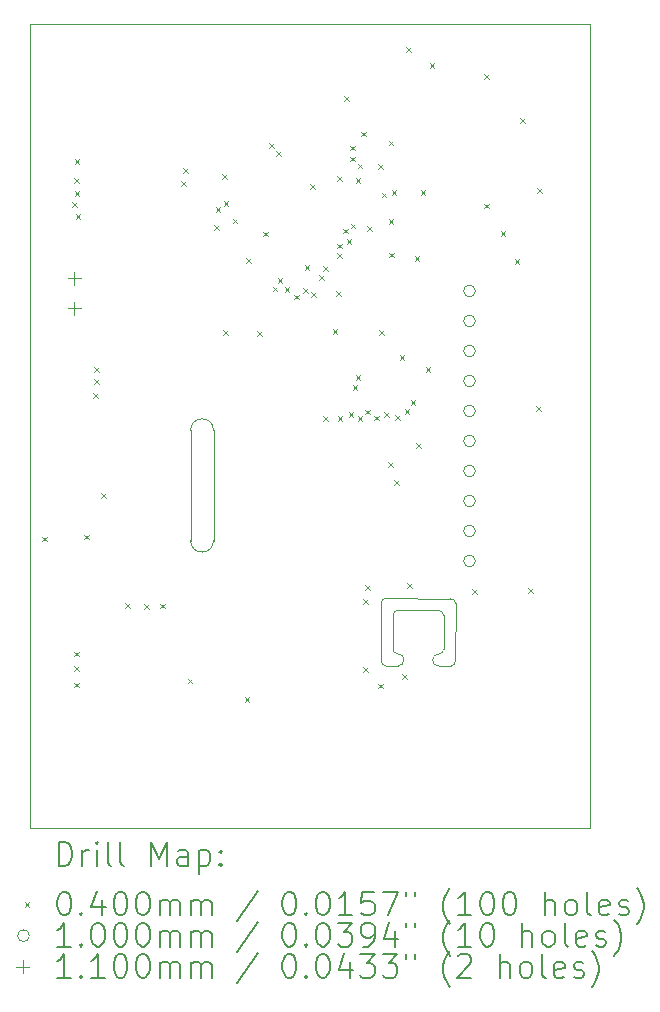
<source format=gbr>
%TF.GenerationSoftware,KiCad,Pcbnew,7.0.2*%
%TF.CreationDate,2023-05-17T08:24:21+02:00*%
%TF.ProjectId,Solar Cell offgrid Power,536f6c61-7220-4436-956c-6c206f666667,rev?*%
%TF.SameCoordinates,Original*%
%TF.FileFunction,Drillmap*%
%TF.FilePolarity,Positive*%
%FSLAX45Y45*%
G04 Gerber Fmt 4.5, Leading zero omitted, Abs format (unit mm)*
G04 Created by KiCad (PCBNEW 7.0.2) date 2023-05-17 08:24:21*
%MOMM*%
%LPD*%
G01*
G04 APERTURE LIST*
%ADD10C,0.100000*%
%ADD11C,0.200000*%
%ADD12C,0.040000*%
%ADD13C,0.110000*%
G04 APERTURE END LIST*
D10*
X12473000Y-10009000D02*
G75*
G03*
X12279000Y-10009000I-97000J0D01*
G01*
X14480000Y-12005047D02*
G75*
G03*
X14521000Y-11962000I-30J41077D01*
G01*
X13892724Y-11474310D02*
X13893261Y-11963275D01*
X14421049Y-11574000D02*
G75*
G03*
X14378000Y-11533000I-41039J10D01*
G01*
X14035000Y-12004000D02*
X13936310Y-12004275D01*
X14380000Y-11903048D02*
G75*
G03*
X14421000Y-11860000I-20J41068D01*
G01*
X13991952Y-11861000D02*
G75*
G03*
X14035000Y-11902000I41058J10D01*
G01*
X13893255Y-11963275D02*
G75*
G03*
X13936310Y-12004275I41045J-5D01*
G01*
X14478951Y-11434000D02*
X13933724Y-11431261D01*
X14521000Y-11962000D02*
X14522000Y-11475000D01*
X14035000Y-12004000D02*
G75*
G03*
X14035000Y-11902000I10J51000D01*
G01*
X10919000Y-6569000D02*
X15657000Y-6569000D01*
X15657000Y-13378000D01*
X10919000Y-13378000D01*
X10919000Y-6569000D01*
X14380000Y-11903051D02*
G75*
G03*
X14380000Y-12005049I20J-50999D01*
G01*
X13991951Y-11861000D02*
X13993000Y-11575000D01*
X14421000Y-11860000D02*
X14421049Y-11574000D01*
X13933724Y-11431256D02*
G75*
G03*
X13892724Y-11474310I16J-41064D01*
G01*
X14521999Y-11475000D02*
G75*
G03*
X14478951Y-11434000I-41030J20D01*
G01*
X14034000Y-11531951D02*
X14378000Y-11533000D01*
X12279000Y-10009000D02*
X12279000Y-10943000D01*
X12279000Y-10943000D02*
G75*
G03*
X12473000Y-10943000I97000J0D01*
G01*
X12473000Y-10009000D02*
X12473000Y-10943000D01*
X14480000Y-12005049D02*
X14380000Y-12005049D01*
X14034000Y-11531950D02*
G75*
G03*
X13993000Y-11575000I-20J-41030D01*
G01*
D11*
D12*
X11019000Y-10910000D02*
X11059000Y-10950000D01*
X11059000Y-10910000D02*
X11019000Y-10950000D01*
X11275000Y-8076000D02*
X11315000Y-8116000D01*
X11315000Y-8076000D02*
X11275000Y-8116000D01*
X11290000Y-12146000D02*
X11330000Y-12186000D01*
X11330000Y-12146000D02*
X11290000Y-12186000D01*
X11293000Y-12007000D02*
X11333000Y-12047000D01*
X11333000Y-12007000D02*
X11293000Y-12047000D01*
X11294000Y-7871000D02*
X11334000Y-7911000D01*
X11334000Y-7871000D02*
X11294000Y-7911000D01*
X11294000Y-11882000D02*
X11334000Y-11922000D01*
X11334000Y-11882000D02*
X11294000Y-11922000D01*
X11297000Y-7713000D02*
X11337000Y-7753000D01*
X11337000Y-7713000D02*
X11297000Y-7753000D01*
X11297000Y-7984000D02*
X11337000Y-8024000D01*
X11337000Y-7984000D02*
X11297000Y-8024000D01*
X11306000Y-8176000D02*
X11346000Y-8216000D01*
X11346000Y-8176000D02*
X11306000Y-8216000D01*
X11380000Y-10893000D02*
X11420000Y-10933000D01*
X11420000Y-10893000D02*
X11380000Y-10933000D01*
X11454000Y-9696000D02*
X11494000Y-9736000D01*
X11494000Y-9696000D02*
X11454000Y-9736000D01*
X11462000Y-9473000D02*
X11502000Y-9513000D01*
X11502000Y-9473000D02*
X11462000Y-9513000D01*
X11462000Y-9573000D02*
X11502000Y-9613000D01*
X11502000Y-9573000D02*
X11462000Y-9613000D01*
X11524000Y-10540000D02*
X11564000Y-10580000D01*
X11564000Y-10540000D02*
X11524000Y-10580000D01*
X11726000Y-11474000D02*
X11766000Y-11514000D01*
X11766000Y-11474000D02*
X11726000Y-11514000D01*
X11885000Y-11478000D02*
X11925000Y-11518000D01*
X11925000Y-11478000D02*
X11885000Y-11518000D01*
X12021000Y-11476000D02*
X12061000Y-11516000D01*
X12061000Y-11476000D02*
X12021000Y-11516000D01*
X12196000Y-7897000D02*
X12236000Y-7937000D01*
X12236000Y-7897000D02*
X12196000Y-7937000D01*
X12215000Y-7791000D02*
X12255000Y-7831000D01*
X12255000Y-7791000D02*
X12215000Y-7831000D01*
X12255000Y-12112000D02*
X12295000Y-12152000D01*
X12295000Y-12112000D02*
X12255000Y-12152000D01*
X12479000Y-8271800D02*
X12519000Y-8311800D01*
X12519000Y-8271800D02*
X12479000Y-8311800D01*
X12490000Y-8119000D02*
X12530000Y-8159000D01*
X12530000Y-8119000D02*
X12490000Y-8159000D01*
X12548000Y-7842000D02*
X12588000Y-7882000D01*
X12588000Y-7842000D02*
X12548000Y-7882000D01*
X12555000Y-9163000D02*
X12595000Y-9203000D01*
X12595000Y-9163000D02*
X12555000Y-9203000D01*
X12558026Y-8066974D02*
X12598026Y-8106974D01*
X12598026Y-8066974D02*
X12558026Y-8106974D01*
X12635000Y-8216000D02*
X12675000Y-8256000D01*
X12675000Y-8216000D02*
X12635000Y-8256000D01*
X12737000Y-12267000D02*
X12777000Y-12307000D01*
X12777000Y-12267000D02*
X12737000Y-12307000D01*
X12750000Y-8550000D02*
X12790000Y-8590000D01*
X12790000Y-8550000D02*
X12750000Y-8590000D01*
X12844000Y-9170000D02*
X12884000Y-9210000D01*
X12884000Y-9170000D02*
X12844000Y-9210000D01*
X12892000Y-8328000D02*
X12932000Y-8368000D01*
X12932000Y-8328000D02*
X12892000Y-8368000D01*
X12944000Y-7580000D02*
X12984000Y-7620000D01*
X12984000Y-7580000D02*
X12944000Y-7620000D01*
X12974000Y-8792000D02*
X13014000Y-8832000D01*
X13014000Y-8792000D02*
X12974000Y-8832000D01*
X13006000Y-7648000D02*
X13046000Y-7688000D01*
X13046000Y-7648000D02*
X13006000Y-7688000D01*
X13017000Y-8719000D02*
X13057000Y-8759000D01*
X13057000Y-8719000D02*
X13017000Y-8759000D01*
X13075000Y-8798000D02*
X13115000Y-8838000D01*
X13115000Y-8798000D02*
X13075000Y-8838000D01*
X13156000Y-8860000D02*
X13196000Y-8900000D01*
X13196000Y-8860000D02*
X13156000Y-8900000D01*
X13229000Y-8804000D02*
X13269000Y-8844000D01*
X13269000Y-8804000D02*
X13229000Y-8844000D01*
X13244000Y-8608000D02*
X13284000Y-8648000D01*
X13284000Y-8608000D02*
X13244000Y-8648000D01*
X13290000Y-7926000D02*
X13330000Y-7966000D01*
X13330000Y-7926000D02*
X13290000Y-7966000D01*
X13302024Y-8836550D02*
X13342024Y-8876550D01*
X13342024Y-8836550D02*
X13302024Y-8876550D01*
X13367050Y-8696515D02*
X13407050Y-8736515D01*
X13407050Y-8696515D02*
X13367050Y-8736515D01*
X13403746Y-8619993D02*
X13443746Y-8659993D01*
X13443746Y-8619993D02*
X13403746Y-8659993D01*
X13404000Y-9886000D02*
X13444000Y-9926000D01*
X13444000Y-9886000D02*
X13404000Y-9926000D01*
X13481000Y-9150000D02*
X13521000Y-9190000D01*
X13521000Y-9150000D02*
X13481000Y-9190000D01*
X13513000Y-8829000D02*
X13553000Y-8869000D01*
X13553000Y-8829000D02*
X13513000Y-8869000D01*
X13519450Y-8428228D02*
X13559450Y-8468228D01*
X13559450Y-8428228D02*
X13519450Y-8468228D01*
X13521000Y-7857000D02*
X13561000Y-7897000D01*
X13561000Y-7857000D02*
X13521000Y-7897000D01*
X13521828Y-8510446D02*
X13561828Y-8550446D01*
X13561828Y-8510446D02*
X13521828Y-8550446D01*
X13524000Y-9887000D02*
X13564000Y-9927000D01*
X13564000Y-9887000D02*
X13524000Y-9927000D01*
X13568051Y-8301876D02*
X13608051Y-8341876D01*
X13608051Y-8301876D02*
X13568051Y-8341876D01*
X13577000Y-7180000D02*
X13617000Y-7220000D01*
X13617000Y-7180000D02*
X13577000Y-7220000D01*
X13599247Y-8387754D02*
X13639247Y-8427754D01*
X13639247Y-8387754D02*
X13599247Y-8427754D01*
X13617000Y-9853000D02*
X13657000Y-9893000D01*
X13657000Y-9853000D02*
X13617000Y-9893000D01*
X13627898Y-7692352D02*
X13667898Y-7732352D01*
X13667898Y-7692352D02*
X13627898Y-7732352D01*
X13632831Y-7597677D02*
X13672831Y-7637677D01*
X13672831Y-7597677D02*
X13632831Y-7637677D01*
X13635050Y-8258250D02*
X13675050Y-8298250D01*
X13675050Y-8258250D02*
X13635050Y-8298250D01*
X13650000Y-9626000D02*
X13690000Y-9666000D01*
X13690000Y-9626000D02*
X13650000Y-9666000D01*
X13676000Y-7872000D02*
X13716000Y-7912000D01*
X13716000Y-7872000D02*
X13676000Y-7912000D01*
X13676000Y-9540000D02*
X13716000Y-9580000D01*
X13716000Y-9540000D02*
X13676000Y-9580000D01*
X13694000Y-7750250D02*
X13734000Y-7790250D01*
X13734000Y-7750250D02*
X13694000Y-7790250D01*
X13694000Y-9888000D02*
X13734000Y-9928000D01*
X13734000Y-9888000D02*
X13694000Y-9928000D01*
X13722000Y-7480000D02*
X13762000Y-7520000D01*
X13762000Y-7480000D02*
X13722000Y-7520000D01*
X13741000Y-12012000D02*
X13781000Y-12052000D01*
X13781000Y-12012000D02*
X13741000Y-12052000D01*
X13742000Y-11437000D02*
X13782000Y-11477000D01*
X13782000Y-11437000D02*
X13742000Y-11477000D01*
X13754000Y-11321000D02*
X13794000Y-11361000D01*
X13794000Y-11321000D02*
X13754000Y-11361000D01*
X13759000Y-9835000D02*
X13799000Y-9875000D01*
X13799000Y-9835000D02*
X13759000Y-9875000D01*
X13773000Y-8278250D02*
X13813000Y-8318250D01*
X13813000Y-8278250D02*
X13773000Y-8318250D01*
X13833000Y-9884000D02*
X13873000Y-9924000D01*
X13873000Y-9884000D02*
X13833000Y-9924000D01*
X13864000Y-12153000D02*
X13904000Y-12193000D01*
X13904000Y-12153000D02*
X13864000Y-12193000D01*
X13869000Y-7758250D02*
X13909000Y-7798250D01*
X13909000Y-7758250D02*
X13869000Y-7798250D01*
X13878089Y-9159568D02*
X13918089Y-9199568D01*
X13918089Y-9159568D02*
X13878089Y-9199568D01*
X13897000Y-7997250D02*
X13937000Y-8037250D01*
X13937000Y-7997250D02*
X13897000Y-8037250D01*
X13916000Y-9857000D02*
X13956000Y-9897000D01*
X13956000Y-9857000D02*
X13916000Y-9897000D01*
X13950450Y-10279000D02*
X13990450Y-10319000D01*
X13990450Y-10279000D02*
X13950450Y-10319000D01*
X13955000Y-8221250D02*
X13995000Y-8261250D01*
X13995000Y-8221250D02*
X13955000Y-8261250D01*
X13956000Y-7555250D02*
X13996000Y-7595250D01*
X13996000Y-7555250D02*
X13956000Y-7595250D01*
X13961000Y-8505000D02*
X14001000Y-8545000D01*
X14001000Y-8505000D02*
X13961000Y-8545000D01*
X13982000Y-7973250D02*
X14022000Y-8013250D01*
X14022000Y-7973250D02*
X13982000Y-8013250D01*
X14004000Y-10431000D02*
X14044000Y-10471000D01*
X14044000Y-10431000D02*
X14004000Y-10471000D01*
X14011000Y-9879000D02*
X14051000Y-9919000D01*
X14051000Y-9879000D02*
X14011000Y-9919000D01*
X14048000Y-9373050D02*
X14088000Y-9413050D01*
X14088000Y-9373050D02*
X14048000Y-9413050D01*
X14067000Y-12072000D02*
X14107000Y-12112000D01*
X14107000Y-12072000D02*
X14067000Y-12112000D01*
X14091000Y-9827000D02*
X14131000Y-9867000D01*
X14131000Y-9827000D02*
X14091000Y-9867000D01*
X14105000Y-6762000D02*
X14145000Y-6802000D01*
X14145000Y-6762000D02*
X14105000Y-6802000D01*
X14111000Y-11304000D02*
X14151000Y-11344000D01*
X14151000Y-11304000D02*
X14111000Y-11344000D01*
X14141623Y-9753623D02*
X14181623Y-9793623D01*
X14181623Y-9753623D02*
X14141623Y-9793623D01*
X14177000Y-8537000D02*
X14217000Y-8577000D01*
X14217000Y-8537000D02*
X14177000Y-8577000D01*
X14188000Y-10120000D02*
X14228000Y-10160000D01*
X14228000Y-10120000D02*
X14188000Y-10160000D01*
X14226000Y-7975000D02*
X14266000Y-8015000D01*
X14266000Y-7975000D02*
X14226000Y-8015000D01*
X14268450Y-9474000D02*
X14308450Y-9514000D01*
X14308450Y-9474000D02*
X14268450Y-9514000D01*
X14304000Y-6903000D02*
X14344000Y-6943000D01*
X14344000Y-6903000D02*
X14304000Y-6943000D01*
X14661000Y-11351000D02*
X14701000Y-11391000D01*
X14701000Y-11351000D02*
X14661000Y-11391000D01*
X14763000Y-8090000D02*
X14803000Y-8130000D01*
X14803000Y-8090000D02*
X14763000Y-8130000D01*
X14766000Y-6992000D02*
X14806000Y-7032000D01*
X14806000Y-6992000D02*
X14766000Y-7032000D01*
X14903000Y-8321000D02*
X14943000Y-8361000D01*
X14943000Y-8321000D02*
X14903000Y-8361000D01*
X15022000Y-8560000D02*
X15062000Y-8600000D01*
X15062000Y-8560000D02*
X15022000Y-8600000D01*
X15069000Y-7364000D02*
X15109000Y-7404000D01*
X15109000Y-7364000D02*
X15069000Y-7404000D01*
X15137000Y-11346000D02*
X15177000Y-11386000D01*
X15177000Y-11346000D02*
X15137000Y-11386000D01*
X15202000Y-9802000D02*
X15242000Y-9842000D01*
X15242000Y-9802000D02*
X15202000Y-9842000D01*
X15213000Y-7961000D02*
X15253000Y-8001000D01*
X15253000Y-7961000D02*
X15213000Y-8001000D01*
D10*
X14690000Y-8829000D02*
G75*
G03*
X14690000Y-8829000I-50000J0D01*
G01*
X14690000Y-9083000D02*
G75*
G03*
X14690000Y-9083000I-50000J0D01*
G01*
X14690000Y-9337000D02*
G75*
G03*
X14690000Y-9337000I-50000J0D01*
G01*
X14690000Y-9591000D02*
G75*
G03*
X14690000Y-9591000I-50000J0D01*
G01*
X14690000Y-9845000D02*
G75*
G03*
X14690000Y-9845000I-50000J0D01*
G01*
X14690000Y-10099000D02*
G75*
G03*
X14690000Y-10099000I-50000J0D01*
G01*
X14690000Y-10353000D02*
G75*
G03*
X14690000Y-10353000I-50000J0D01*
G01*
X14690000Y-10607000D02*
G75*
G03*
X14690000Y-10607000I-50000J0D01*
G01*
X14690000Y-10861000D02*
G75*
G03*
X14690000Y-10861000I-50000J0D01*
G01*
X14690000Y-11115000D02*
G75*
G03*
X14690000Y-11115000I-50000J0D01*
G01*
D13*
X11293000Y-8668000D02*
X11293000Y-8778000D01*
X11238000Y-8723000D02*
X11348000Y-8723000D01*
X11293000Y-8922000D02*
X11293000Y-9032000D01*
X11238000Y-8977000D02*
X11348000Y-8977000D01*
D11*
X11161619Y-13695524D02*
X11161619Y-13495524D01*
X11161619Y-13495524D02*
X11209238Y-13495524D01*
X11209238Y-13495524D02*
X11237809Y-13505048D01*
X11237809Y-13505048D02*
X11256857Y-13524095D01*
X11256857Y-13524095D02*
X11266381Y-13543143D01*
X11266381Y-13543143D02*
X11275905Y-13581238D01*
X11275905Y-13581238D02*
X11275905Y-13609809D01*
X11275905Y-13609809D02*
X11266381Y-13647905D01*
X11266381Y-13647905D02*
X11256857Y-13666952D01*
X11256857Y-13666952D02*
X11237809Y-13686000D01*
X11237809Y-13686000D02*
X11209238Y-13695524D01*
X11209238Y-13695524D02*
X11161619Y-13695524D01*
X11361619Y-13695524D02*
X11361619Y-13562190D01*
X11361619Y-13600286D02*
X11371143Y-13581238D01*
X11371143Y-13581238D02*
X11380667Y-13571714D01*
X11380667Y-13571714D02*
X11399714Y-13562190D01*
X11399714Y-13562190D02*
X11418762Y-13562190D01*
X11485428Y-13695524D02*
X11485428Y-13562190D01*
X11485428Y-13495524D02*
X11475905Y-13505048D01*
X11475905Y-13505048D02*
X11485428Y-13514571D01*
X11485428Y-13514571D02*
X11494952Y-13505048D01*
X11494952Y-13505048D02*
X11485428Y-13495524D01*
X11485428Y-13495524D02*
X11485428Y-13514571D01*
X11609238Y-13695524D02*
X11590190Y-13686000D01*
X11590190Y-13686000D02*
X11580667Y-13666952D01*
X11580667Y-13666952D02*
X11580667Y-13495524D01*
X11714000Y-13695524D02*
X11694952Y-13686000D01*
X11694952Y-13686000D02*
X11685428Y-13666952D01*
X11685428Y-13666952D02*
X11685428Y-13495524D01*
X11942571Y-13695524D02*
X11942571Y-13495524D01*
X11942571Y-13495524D02*
X12009238Y-13638381D01*
X12009238Y-13638381D02*
X12075905Y-13495524D01*
X12075905Y-13495524D02*
X12075905Y-13695524D01*
X12256857Y-13695524D02*
X12256857Y-13590762D01*
X12256857Y-13590762D02*
X12247333Y-13571714D01*
X12247333Y-13571714D02*
X12228286Y-13562190D01*
X12228286Y-13562190D02*
X12190190Y-13562190D01*
X12190190Y-13562190D02*
X12171143Y-13571714D01*
X12256857Y-13686000D02*
X12237809Y-13695524D01*
X12237809Y-13695524D02*
X12190190Y-13695524D01*
X12190190Y-13695524D02*
X12171143Y-13686000D01*
X12171143Y-13686000D02*
X12161619Y-13666952D01*
X12161619Y-13666952D02*
X12161619Y-13647905D01*
X12161619Y-13647905D02*
X12171143Y-13628857D01*
X12171143Y-13628857D02*
X12190190Y-13619333D01*
X12190190Y-13619333D02*
X12237809Y-13619333D01*
X12237809Y-13619333D02*
X12256857Y-13609809D01*
X12352095Y-13562190D02*
X12352095Y-13762190D01*
X12352095Y-13571714D02*
X12371143Y-13562190D01*
X12371143Y-13562190D02*
X12409238Y-13562190D01*
X12409238Y-13562190D02*
X12428286Y-13571714D01*
X12428286Y-13571714D02*
X12437809Y-13581238D01*
X12437809Y-13581238D02*
X12447333Y-13600286D01*
X12447333Y-13600286D02*
X12447333Y-13657428D01*
X12447333Y-13657428D02*
X12437809Y-13676476D01*
X12437809Y-13676476D02*
X12428286Y-13686000D01*
X12428286Y-13686000D02*
X12409238Y-13695524D01*
X12409238Y-13695524D02*
X12371143Y-13695524D01*
X12371143Y-13695524D02*
X12352095Y-13686000D01*
X12533048Y-13676476D02*
X12542571Y-13686000D01*
X12542571Y-13686000D02*
X12533048Y-13695524D01*
X12533048Y-13695524D02*
X12523524Y-13686000D01*
X12523524Y-13686000D02*
X12533048Y-13676476D01*
X12533048Y-13676476D02*
X12533048Y-13695524D01*
X12533048Y-13571714D02*
X12542571Y-13581238D01*
X12542571Y-13581238D02*
X12533048Y-13590762D01*
X12533048Y-13590762D02*
X12523524Y-13581238D01*
X12523524Y-13581238D02*
X12533048Y-13571714D01*
X12533048Y-13571714D02*
X12533048Y-13590762D01*
D12*
X10874000Y-14003000D02*
X10914000Y-14043000D01*
X10914000Y-14003000D02*
X10874000Y-14043000D01*
D11*
X11199714Y-13915524D02*
X11218762Y-13915524D01*
X11218762Y-13915524D02*
X11237809Y-13925048D01*
X11237809Y-13925048D02*
X11247333Y-13934571D01*
X11247333Y-13934571D02*
X11256857Y-13953619D01*
X11256857Y-13953619D02*
X11266381Y-13991714D01*
X11266381Y-13991714D02*
X11266381Y-14039333D01*
X11266381Y-14039333D02*
X11256857Y-14077428D01*
X11256857Y-14077428D02*
X11247333Y-14096476D01*
X11247333Y-14096476D02*
X11237809Y-14106000D01*
X11237809Y-14106000D02*
X11218762Y-14115524D01*
X11218762Y-14115524D02*
X11199714Y-14115524D01*
X11199714Y-14115524D02*
X11180667Y-14106000D01*
X11180667Y-14106000D02*
X11171143Y-14096476D01*
X11171143Y-14096476D02*
X11161619Y-14077428D01*
X11161619Y-14077428D02*
X11152095Y-14039333D01*
X11152095Y-14039333D02*
X11152095Y-13991714D01*
X11152095Y-13991714D02*
X11161619Y-13953619D01*
X11161619Y-13953619D02*
X11171143Y-13934571D01*
X11171143Y-13934571D02*
X11180667Y-13925048D01*
X11180667Y-13925048D02*
X11199714Y-13915524D01*
X11352095Y-14096476D02*
X11361619Y-14106000D01*
X11361619Y-14106000D02*
X11352095Y-14115524D01*
X11352095Y-14115524D02*
X11342571Y-14106000D01*
X11342571Y-14106000D02*
X11352095Y-14096476D01*
X11352095Y-14096476D02*
X11352095Y-14115524D01*
X11533048Y-13982190D02*
X11533048Y-14115524D01*
X11485428Y-13906000D02*
X11437809Y-14048857D01*
X11437809Y-14048857D02*
X11561619Y-14048857D01*
X11675905Y-13915524D02*
X11694952Y-13915524D01*
X11694952Y-13915524D02*
X11714000Y-13925048D01*
X11714000Y-13925048D02*
X11723524Y-13934571D01*
X11723524Y-13934571D02*
X11733048Y-13953619D01*
X11733048Y-13953619D02*
X11742571Y-13991714D01*
X11742571Y-13991714D02*
X11742571Y-14039333D01*
X11742571Y-14039333D02*
X11733048Y-14077428D01*
X11733048Y-14077428D02*
X11723524Y-14096476D01*
X11723524Y-14096476D02*
X11714000Y-14106000D01*
X11714000Y-14106000D02*
X11694952Y-14115524D01*
X11694952Y-14115524D02*
X11675905Y-14115524D01*
X11675905Y-14115524D02*
X11656857Y-14106000D01*
X11656857Y-14106000D02*
X11647333Y-14096476D01*
X11647333Y-14096476D02*
X11637809Y-14077428D01*
X11637809Y-14077428D02*
X11628286Y-14039333D01*
X11628286Y-14039333D02*
X11628286Y-13991714D01*
X11628286Y-13991714D02*
X11637809Y-13953619D01*
X11637809Y-13953619D02*
X11647333Y-13934571D01*
X11647333Y-13934571D02*
X11656857Y-13925048D01*
X11656857Y-13925048D02*
X11675905Y-13915524D01*
X11866381Y-13915524D02*
X11885429Y-13915524D01*
X11885429Y-13915524D02*
X11904476Y-13925048D01*
X11904476Y-13925048D02*
X11914000Y-13934571D01*
X11914000Y-13934571D02*
X11923524Y-13953619D01*
X11923524Y-13953619D02*
X11933048Y-13991714D01*
X11933048Y-13991714D02*
X11933048Y-14039333D01*
X11933048Y-14039333D02*
X11923524Y-14077428D01*
X11923524Y-14077428D02*
X11914000Y-14096476D01*
X11914000Y-14096476D02*
X11904476Y-14106000D01*
X11904476Y-14106000D02*
X11885429Y-14115524D01*
X11885429Y-14115524D02*
X11866381Y-14115524D01*
X11866381Y-14115524D02*
X11847333Y-14106000D01*
X11847333Y-14106000D02*
X11837809Y-14096476D01*
X11837809Y-14096476D02*
X11828286Y-14077428D01*
X11828286Y-14077428D02*
X11818762Y-14039333D01*
X11818762Y-14039333D02*
X11818762Y-13991714D01*
X11818762Y-13991714D02*
X11828286Y-13953619D01*
X11828286Y-13953619D02*
X11837809Y-13934571D01*
X11837809Y-13934571D02*
X11847333Y-13925048D01*
X11847333Y-13925048D02*
X11866381Y-13915524D01*
X12018762Y-14115524D02*
X12018762Y-13982190D01*
X12018762Y-14001238D02*
X12028286Y-13991714D01*
X12028286Y-13991714D02*
X12047333Y-13982190D01*
X12047333Y-13982190D02*
X12075905Y-13982190D01*
X12075905Y-13982190D02*
X12094952Y-13991714D01*
X12094952Y-13991714D02*
X12104476Y-14010762D01*
X12104476Y-14010762D02*
X12104476Y-14115524D01*
X12104476Y-14010762D02*
X12114000Y-13991714D01*
X12114000Y-13991714D02*
X12133048Y-13982190D01*
X12133048Y-13982190D02*
X12161619Y-13982190D01*
X12161619Y-13982190D02*
X12180667Y-13991714D01*
X12180667Y-13991714D02*
X12190190Y-14010762D01*
X12190190Y-14010762D02*
X12190190Y-14115524D01*
X12285429Y-14115524D02*
X12285429Y-13982190D01*
X12285429Y-14001238D02*
X12294952Y-13991714D01*
X12294952Y-13991714D02*
X12314000Y-13982190D01*
X12314000Y-13982190D02*
X12342571Y-13982190D01*
X12342571Y-13982190D02*
X12361619Y-13991714D01*
X12361619Y-13991714D02*
X12371143Y-14010762D01*
X12371143Y-14010762D02*
X12371143Y-14115524D01*
X12371143Y-14010762D02*
X12380667Y-13991714D01*
X12380667Y-13991714D02*
X12399714Y-13982190D01*
X12399714Y-13982190D02*
X12428286Y-13982190D01*
X12428286Y-13982190D02*
X12447333Y-13991714D01*
X12447333Y-13991714D02*
X12456857Y-14010762D01*
X12456857Y-14010762D02*
X12456857Y-14115524D01*
X12847333Y-13906000D02*
X12675905Y-14163143D01*
X13104476Y-13915524D02*
X13123524Y-13915524D01*
X13123524Y-13915524D02*
X13142572Y-13925048D01*
X13142572Y-13925048D02*
X13152095Y-13934571D01*
X13152095Y-13934571D02*
X13161619Y-13953619D01*
X13161619Y-13953619D02*
X13171143Y-13991714D01*
X13171143Y-13991714D02*
X13171143Y-14039333D01*
X13171143Y-14039333D02*
X13161619Y-14077428D01*
X13161619Y-14077428D02*
X13152095Y-14096476D01*
X13152095Y-14096476D02*
X13142572Y-14106000D01*
X13142572Y-14106000D02*
X13123524Y-14115524D01*
X13123524Y-14115524D02*
X13104476Y-14115524D01*
X13104476Y-14115524D02*
X13085429Y-14106000D01*
X13085429Y-14106000D02*
X13075905Y-14096476D01*
X13075905Y-14096476D02*
X13066381Y-14077428D01*
X13066381Y-14077428D02*
X13056857Y-14039333D01*
X13056857Y-14039333D02*
X13056857Y-13991714D01*
X13056857Y-13991714D02*
X13066381Y-13953619D01*
X13066381Y-13953619D02*
X13075905Y-13934571D01*
X13075905Y-13934571D02*
X13085429Y-13925048D01*
X13085429Y-13925048D02*
X13104476Y-13915524D01*
X13256857Y-14096476D02*
X13266381Y-14106000D01*
X13266381Y-14106000D02*
X13256857Y-14115524D01*
X13256857Y-14115524D02*
X13247333Y-14106000D01*
X13247333Y-14106000D02*
X13256857Y-14096476D01*
X13256857Y-14096476D02*
X13256857Y-14115524D01*
X13390191Y-13915524D02*
X13409238Y-13915524D01*
X13409238Y-13915524D02*
X13428286Y-13925048D01*
X13428286Y-13925048D02*
X13437810Y-13934571D01*
X13437810Y-13934571D02*
X13447333Y-13953619D01*
X13447333Y-13953619D02*
X13456857Y-13991714D01*
X13456857Y-13991714D02*
X13456857Y-14039333D01*
X13456857Y-14039333D02*
X13447333Y-14077428D01*
X13447333Y-14077428D02*
X13437810Y-14096476D01*
X13437810Y-14096476D02*
X13428286Y-14106000D01*
X13428286Y-14106000D02*
X13409238Y-14115524D01*
X13409238Y-14115524D02*
X13390191Y-14115524D01*
X13390191Y-14115524D02*
X13371143Y-14106000D01*
X13371143Y-14106000D02*
X13361619Y-14096476D01*
X13361619Y-14096476D02*
X13352095Y-14077428D01*
X13352095Y-14077428D02*
X13342572Y-14039333D01*
X13342572Y-14039333D02*
X13342572Y-13991714D01*
X13342572Y-13991714D02*
X13352095Y-13953619D01*
X13352095Y-13953619D02*
X13361619Y-13934571D01*
X13361619Y-13934571D02*
X13371143Y-13925048D01*
X13371143Y-13925048D02*
X13390191Y-13915524D01*
X13647333Y-14115524D02*
X13533048Y-14115524D01*
X13590191Y-14115524D02*
X13590191Y-13915524D01*
X13590191Y-13915524D02*
X13571143Y-13944095D01*
X13571143Y-13944095D02*
X13552095Y-13963143D01*
X13552095Y-13963143D02*
X13533048Y-13972667D01*
X13828286Y-13915524D02*
X13733048Y-13915524D01*
X13733048Y-13915524D02*
X13723524Y-14010762D01*
X13723524Y-14010762D02*
X13733048Y-14001238D01*
X13733048Y-14001238D02*
X13752095Y-13991714D01*
X13752095Y-13991714D02*
X13799714Y-13991714D01*
X13799714Y-13991714D02*
X13818762Y-14001238D01*
X13818762Y-14001238D02*
X13828286Y-14010762D01*
X13828286Y-14010762D02*
X13837810Y-14029809D01*
X13837810Y-14029809D02*
X13837810Y-14077428D01*
X13837810Y-14077428D02*
X13828286Y-14096476D01*
X13828286Y-14096476D02*
X13818762Y-14106000D01*
X13818762Y-14106000D02*
X13799714Y-14115524D01*
X13799714Y-14115524D02*
X13752095Y-14115524D01*
X13752095Y-14115524D02*
X13733048Y-14106000D01*
X13733048Y-14106000D02*
X13723524Y-14096476D01*
X13904476Y-13915524D02*
X14037810Y-13915524D01*
X14037810Y-13915524D02*
X13952095Y-14115524D01*
X14104476Y-13915524D02*
X14104476Y-13953619D01*
X14180667Y-13915524D02*
X14180667Y-13953619D01*
X14475905Y-14191714D02*
X14466381Y-14182190D01*
X14466381Y-14182190D02*
X14447334Y-14153619D01*
X14447334Y-14153619D02*
X14437810Y-14134571D01*
X14437810Y-14134571D02*
X14428286Y-14106000D01*
X14428286Y-14106000D02*
X14418762Y-14058381D01*
X14418762Y-14058381D02*
X14418762Y-14020286D01*
X14418762Y-14020286D02*
X14428286Y-13972667D01*
X14428286Y-13972667D02*
X14437810Y-13944095D01*
X14437810Y-13944095D02*
X14447334Y-13925048D01*
X14447334Y-13925048D02*
X14466381Y-13896476D01*
X14466381Y-13896476D02*
X14475905Y-13886952D01*
X14656857Y-14115524D02*
X14542572Y-14115524D01*
X14599714Y-14115524D02*
X14599714Y-13915524D01*
X14599714Y-13915524D02*
X14580667Y-13944095D01*
X14580667Y-13944095D02*
X14561619Y-13963143D01*
X14561619Y-13963143D02*
X14542572Y-13972667D01*
X14780667Y-13915524D02*
X14799715Y-13915524D01*
X14799715Y-13915524D02*
X14818762Y-13925048D01*
X14818762Y-13925048D02*
X14828286Y-13934571D01*
X14828286Y-13934571D02*
X14837810Y-13953619D01*
X14837810Y-13953619D02*
X14847334Y-13991714D01*
X14847334Y-13991714D02*
X14847334Y-14039333D01*
X14847334Y-14039333D02*
X14837810Y-14077428D01*
X14837810Y-14077428D02*
X14828286Y-14096476D01*
X14828286Y-14096476D02*
X14818762Y-14106000D01*
X14818762Y-14106000D02*
X14799715Y-14115524D01*
X14799715Y-14115524D02*
X14780667Y-14115524D01*
X14780667Y-14115524D02*
X14761619Y-14106000D01*
X14761619Y-14106000D02*
X14752095Y-14096476D01*
X14752095Y-14096476D02*
X14742572Y-14077428D01*
X14742572Y-14077428D02*
X14733048Y-14039333D01*
X14733048Y-14039333D02*
X14733048Y-13991714D01*
X14733048Y-13991714D02*
X14742572Y-13953619D01*
X14742572Y-13953619D02*
X14752095Y-13934571D01*
X14752095Y-13934571D02*
X14761619Y-13925048D01*
X14761619Y-13925048D02*
X14780667Y-13915524D01*
X14971143Y-13915524D02*
X14990191Y-13915524D01*
X14990191Y-13915524D02*
X15009238Y-13925048D01*
X15009238Y-13925048D02*
X15018762Y-13934571D01*
X15018762Y-13934571D02*
X15028286Y-13953619D01*
X15028286Y-13953619D02*
X15037810Y-13991714D01*
X15037810Y-13991714D02*
X15037810Y-14039333D01*
X15037810Y-14039333D02*
X15028286Y-14077428D01*
X15028286Y-14077428D02*
X15018762Y-14096476D01*
X15018762Y-14096476D02*
X15009238Y-14106000D01*
X15009238Y-14106000D02*
X14990191Y-14115524D01*
X14990191Y-14115524D02*
X14971143Y-14115524D01*
X14971143Y-14115524D02*
X14952095Y-14106000D01*
X14952095Y-14106000D02*
X14942572Y-14096476D01*
X14942572Y-14096476D02*
X14933048Y-14077428D01*
X14933048Y-14077428D02*
X14923524Y-14039333D01*
X14923524Y-14039333D02*
X14923524Y-13991714D01*
X14923524Y-13991714D02*
X14933048Y-13953619D01*
X14933048Y-13953619D02*
X14942572Y-13934571D01*
X14942572Y-13934571D02*
X14952095Y-13925048D01*
X14952095Y-13925048D02*
X14971143Y-13915524D01*
X15275905Y-14115524D02*
X15275905Y-13915524D01*
X15361619Y-14115524D02*
X15361619Y-14010762D01*
X15361619Y-14010762D02*
X15352096Y-13991714D01*
X15352096Y-13991714D02*
X15333048Y-13982190D01*
X15333048Y-13982190D02*
X15304476Y-13982190D01*
X15304476Y-13982190D02*
X15285429Y-13991714D01*
X15285429Y-13991714D02*
X15275905Y-14001238D01*
X15485429Y-14115524D02*
X15466381Y-14106000D01*
X15466381Y-14106000D02*
X15456857Y-14096476D01*
X15456857Y-14096476D02*
X15447334Y-14077428D01*
X15447334Y-14077428D02*
X15447334Y-14020286D01*
X15447334Y-14020286D02*
X15456857Y-14001238D01*
X15456857Y-14001238D02*
X15466381Y-13991714D01*
X15466381Y-13991714D02*
X15485429Y-13982190D01*
X15485429Y-13982190D02*
X15514000Y-13982190D01*
X15514000Y-13982190D02*
X15533048Y-13991714D01*
X15533048Y-13991714D02*
X15542572Y-14001238D01*
X15542572Y-14001238D02*
X15552096Y-14020286D01*
X15552096Y-14020286D02*
X15552096Y-14077428D01*
X15552096Y-14077428D02*
X15542572Y-14096476D01*
X15542572Y-14096476D02*
X15533048Y-14106000D01*
X15533048Y-14106000D02*
X15514000Y-14115524D01*
X15514000Y-14115524D02*
X15485429Y-14115524D01*
X15666381Y-14115524D02*
X15647334Y-14106000D01*
X15647334Y-14106000D02*
X15637810Y-14086952D01*
X15637810Y-14086952D02*
X15637810Y-13915524D01*
X15818762Y-14106000D02*
X15799715Y-14115524D01*
X15799715Y-14115524D02*
X15761619Y-14115524D01*
X15761619Y-14115524D02*
X15742572Y-14106000D01*
X15742572Y-14106000D02*
X15733048Y-14086952D01*
X15733048Y-14086952D02*
X15733048Y-14010762D01*
X15733048Y-14010762D02*
X15742572Y-13991714D01*
X15742572Y-13991714D02*
X15761619Y-13982190D01*
X15761619Y-13982190D02*
X15799715Y-13982190D01*
X15799715Y-13982190D02*
X15818762Y-13991714D01*
X15818762Y-13991714D02*
X15828286Y-14010762D01*
X15828286Y-14010762D02*
X15828286Y-14029809D01*
X15828286Y-14029809D02*
X15733048Y-14048857D01*
X15904477Y-14106000D02*
X15923524Y-14115524D01*
X15923524Y-14115524D02*
X15961619Y-14115524D01*
X15961619Y-14115524D02*
X15980667Y-14106000D01*
X15980667Y-14106000D02*
X15990191Y-14086952D01*
X15990191Y-14086952D02*
X15990191Y-14077428D01*
X15990191Y-14077428D02*
X15980667Y-14058381D01*
X15980667Y-14058381D02*
X15961619Y-14048857D01*
X15961619Y-14048857D02*
X15933048Y-14048857D01*
X15933048Y-14048857D02*
X15914000Y-14039333D01*
X15914000Y-14039333D02*
X15904477Y-14020286D01*
X15904477Y-14020286D02*
X15904477Y-14010762D01*
X15904477Y-14010762D02*
X15914000Y-13991714D01*
X15914000Y-13991714D02*
X15933048Y-13982190D01*
X15933048Y-13982190D02*
X15961619Y-13982190D01*
X15961619Y-13982190D02*
X15980667Y-13991714D01*
X16056858Y-14191714D02*
X16066381Y-14182190D01*
X16066381Y-14182190D02*
X16085429Y-14153619D01*
X16085429Y-14153619D02*
X16094953Y-14134571D01*
X16094953Y-14134571D02*
X16104477Y-14106000D01*
X16104477Y-14106000D02*
X16114000Y-14058381D01*
X16114000Y-14058381D02*
X16114000Y-14020286D01*
X16114000Y-14020286D02*
X16104477Y-13972667D01*
X16104477Y-13972667D02*
X16094953Y-13944095D01*
X16094953Y-13944095D02*
X16085429Y-13925048D01*
X16085429Y-13925048D02*
X16066381Y-13896476D01*
X16066381Y-13896476D02*
X16056858Y-13886952D01*
D10*
X10914000Y-14287000D02*
G75*
G03*
X10914000Y-14287000I-50000J0D01*
G01*
D11*
X11266381Y-14379524D02*
X11152095Y-14379524D01*
X11209238Y-14379524D02*
X11209238Y-14179524D01*
X11209238Y-14179524D02*
X11190190Y-14208095D01*
X11190190Y-14208095D02*
X11171143Y-14227143D01*
X11171143Y-14227143D02*
X11152095Y-14236667D01*
X11352095Y-14360476D02*
X11361619Y-14370000D01*
X11361619Y-14370000D02*
X11352095Y-14379524D01*
X11352095Y-14379524D02*
X11342571Y-14370000D01*
X11342571Y-14370000D02*
X11352095Y-14360476D01*
X11352095Y-14360476D02*
X11352095Y-14379524D01*
X11485428Y-14179524D02*
X11504476Y-14179524D01*
X11504476Y-14179524D02*
X11523524Y-14189048D01*
X11523524Y-14189048D02*
X11533048Y-14198571D01*
X11533048Y-14198571D02*
X11542571Y-14217619D01*
X11542571Y-14217619D02*
X11552095Y-14255714D01*
X11552095Y-14255714D02*
X11552095Y-14303333D01*
X11552095Y-14303333D02*
X11542571Y-14341428D01*
X11542571Y-14341428D02*
X11533048Y-14360476D01*
X11533048Y-14360476D02*
X11523524Y-14370000D01*
X11523524Y-14370000D02*
X11504476Y-14379524D01*
X11504476Y-14379524D02*
X11485428Y-14379524D01*
X11485428Y-14379524D02*
X11466381Y-14370000D01*
X11466381Y-14370000D02*
X11456857Y-14360476D01*
X11456857Y-14360476D02*
X11447333Y-14341428D01*
X11447333Y-14341428D02*
X11437809Y-14303333D01*
X11437809Y-14303333D02*
X11437809Y-14255714D01*
X11437809Y-14255714D02*
X11447333Y-14217619D01*
X11447333Y-14217619D02*
X11456857Y-14198571D01*
X11456857Y-14198571D02*
X11466381Y-14189048D01*
X11466381Y-14189048D02*
X11485428Y-14179524D01*
X11675905Y-14179524D02*
X11694952Y-14179524D01*
X11694952Y-14179524D02*
X11714000Y-14189048D01*
X11714000Y-14189048D02*
X11723524Y-14198571D01*
X11723524Y-14198571D02*
X11733048Y-14217619D01*
X11733048Y-14217619D02*
X11742571Y-14255714D01*
X11742571Y-14255714D02*
X11742571Y-14303333D01*
X11742571Y-14303333D02*
X11733048Y-14341428D01*
X11733048Y-14341428D02*
X11723524Y-14360476D01*
X11723524Y-14360476D02*
X11714000Y-14370000D01*
X11714000Y-14370000D02*
X11694952Y-14379524D01*
X11694952Y-14379524D02*
X11675905Y-14379524D01*
X11675905Y-14379524D02*
X11656857Y-14370000D01*
X11656857Y-14370000D02*
X11647333Y-14360476D01*
X11647333Y-14360476D02*
X11637809Y-14341428D01*
X11637809Y-14341428D02*
X11628286Y-14303333D01*
X11628286Y-14303333D02*
X11628286Y-14255714D01*
X11628286Y-14255714D02*
X11637809Y-14217619D01*
X11637809Y-14217619D02*
X11647333Y-14198571D01*
X11647333Y-14198571D02*
X11656857Y-14189048D01*
X11656857Y-14189048D02*
X11675905Y-14179524D01*
X11866381Y-14179524D02*
X11885429Y-14179524D01*
X11885429Y-14179524D02*
X11904476Y-14189048D01*
X11904476Y-14189048D02*
X11914000Y-14198571D01*
X11914000Y-14198571D02*
X11923524Y-14217619D01*
X11923524Y-14217619D02*
X11933048Y-14255714D01*
X11933048Y-14255714D02*
X11933048Y-14303333D01*
X11933048Y-14303333D02*
X11923524Y-14341428D01*
X11923524Y-14341428D02*
X11914000Y-14360476D01*
X11914000Y-14360476D02*
X11904476Y-14370000D01*
X11904476Y-14370000D02*
X11885429Y-14379524D01*
X11885429Y-14379524D02*
X11866381Y-14379524D01*
X11866381Y-14379524D02*
X11847333Y-14370000D01*
X11847333Y-14370000D02*
X11837809Y-14360476D01*
X11837809Y-14360476D02*
X11828286Y-14341428D01*
X11828286Y-14341428D02*
X11818762Y-14303333D01*
X11818762Y-14303333D02*
X11818762Y-14255714D01*
X11818762Y-14255714D02*
X11828286Y-14217619D01*
X11828286Y-14217619D02*
X11837809Y-14198571D01*
X11837809Y-14198571D02*
X11847333Y-14189048D01*
X11847333Y-14189048D02*
X11866381Y-14179524D01*
X12018762Y-14379524D02*
X12018762Y-14246190D01*
X12018762Y-14265238D02*
X12028286Y-14255714D01*
X12028286Y-14255714D02*
X12047333Y-14246190D01*
X12047333Y-14246190D02*
X12075905Y-14246190D01*
X12075905Y-14246190D02*
X12094952Y-14255714D01*
X12094952Y-14255714D02*
X12104476Y-14274762D01*
X12104476Y-14274762D02*
X12104476Y-14379524D01*
X12104476Y-14274762D02*
X12114000Y-14255714D01*
X12114000Y-14255714D02*
X12133048Y-14246190D01*
X12133048Y-14246190D02*
X12161619Y-14246190D01*
X12161619Y-14246190D02*
X12180667Y-14255714D01*
X12180667Y-14255714D02*
X12190190Y-14274762D01*
X12190190Y-14274762D02*
X12190190Y-14379524D01*
X12285429Y-14379524D02*
X12285429Y-14246190D01*
X12285429Y-14265238D02*
X12294952Y-14255714D01*
X12294952Y-14255714D02*
X12314000Y-14246190D01*
X12314000Y-14246190D02*
X12342571Y-14246190D01*
X12342571Y-14246190D02*
X12361619Y-14255714D01*
X12361619Y-14255714D02*
X12371143Y-14274762D01*
X12371143Y-14274762D02*
X12371143Y-14379524D01*
X12371143Y-14274762D02*
X12380667Y-14255714D01*
X12380667Y-14255714D02*
X12399714Y-14246190D01*
X12399714Y-14246190D02*
X12428286Y-14246190D01*
X12428286Y-14246190D02*
X12447333Y-14255714D01*
X12447333Y-14255714D02*
X12456857Y-14274762D01*
X12456857Y-14274762D02*
X12456857Y-14379524D01*
X12847333Y-14170000D02*
X12675905Y-14427143D01*
X13104476Y-14179524D02*
X13123524Y-14179524D01*
X13123524Y-14179524D02*
X13142572Y-14189048D01*
X13142572Y-14189048D02*
X13152095Y-14198571D01*
X13152095Y-14198571D02*
X13161619Y-14217619D01*
X13161619Y-14217619D02*
X13171143Y-14255714D01*
X13171143Y-14255714D02*
X13171143Y-14303333D01*
X13171143Y-14303333D02*
X13161619Y-14341428D01*
X13161619Y-14341428D02*
X13152095Y-14360476D01*
X13152095Y-14360476D02*
X13142572Y-14370000D01*
X13142572Y-14370000D02*
X13123524Y-14379524D01*
X13123524Y-14379524D02*
X13104476Y-14379524D01*
X13104476Y-14379524D02*
X13085429Y-14370000D01*
X13085429Y-14370000D02*
X13075905Y-14360476D01*
X13075905Y-14360476D02*
X13066381Y-14341428D01*
X13066381Y-14341428D02*
X13056857Y-14303333D01*
X13056857Y-14303333D02*
X13056857Y-14255714D01*
X13056857Y-14255714D02*
X13066381Y-14217619D01*
X13066381Y-14217619D02*
X13075905Y-14198571D01*
X13075905Y-14198571D02*
X13085429Y-14189048D01*
X13085429Y-14189048D02*
X13104476Y-14179524D01*
X13256857Y-14360476D02*
X13266381Y-14370000D01*
X13266381Y-14370000D02*
X13256857Y-14379524D01*
X13256857Y-14379524D02*
X13247333Y-14370000D01*
X13247333Y-14370000D02*
X13256857Y-14360476D01*
X13256857Y-14360476D02*
X13256857Y-14379524D01*
X13390191Y-14179524D02*
X13409238Y-14179524D01*
X13409238Y-14179524D02*
X13428286Y-14189048D01*
X13428286Y-14189048D02*
X13437810Y-14198571D01*
X13437810Y-14198571D02*
X13447333Y-14217619D01*
X13447333Y-14217619D02*
X13456857Y-14255714D01*
X13456857Y-14255714D02*
X13456857Y-14303333D01*
X13456857Y-14303333D02*
X13447333Y-14341428D01*
X13447333Y-14341428D02*
X13437810Y-14360476D01*
X13437810Y-14360476D02*
X13428286Y-14370000D01*
X13428286Y-14370000D02*
X13409238Y-14379524D01*
X13409238Y-14379524D02*
X13390191Y-14379524D01*
X13390191Y-14379524D02*
X13371143Y-14370000D01*
X13371143Y-14370000D02*
X13361619Y-14360476D01*
X13361619Y-14360476D02*
X13352095Y-14341428D01*
X13352095Y-14341428D02*
X13342572Y-14303333D01*
X13342572Y-14303333D02*
X13342572Y-14255714D01*
X13342572Y-14255714D02*
X13352095Y-14217619D01*
X13352095Y-14217619D02*
X13361619Y-14198571D01*
X13361619Y-14198571D02*
X13371143Y-14189048D01*
X13371143Y-14189048D02*
X13390191Y-14179524D01*
X13523524Y-14179524D02*
X13647333Y-14179524D01*
X13647333Y-14179524D02*
X13580667Y-14255714D01*
X13580667Y-14255714D02*
X13609238Y-14255714D01*
X13609238Y-14255714D02*
X13628286Y-14265238D01*
X13628286Y-14265238D02*
X13637810Y-14274762D01*
X13637810Y-14274762D02*
X13647333Y-14293809D01*
X13647333Y-14293809D02*
X13647333Y-14341428D01*
X13647333Y-14341428D02*
X13637810Y-14360476D01*
X13637810Y-14360476D02*
X13628286Y-14370000D01*
X13628286Y-14370000D02*
X13609238Y-14379524D01*
X13609238Y-14379524D02*
X13552095Y-14379524D01*
X13552095Y-14379524D02*
X13533048Y-14370000D01*
X13533048Y-14370000D02*
X13523524Y-14360476D01*
X13742572Y-14379524D02*
X13780667Y-14379524D01*
X13780667Y-14379524D02*
X13799714Y-14370000D01*
X13799714Y-14370000D02*
X13809238Y-14360476D01*
X13809238Y-14360476D02*
X13828286Y-14331905D01*
X13828286Y-14331905D02*
X13837810Y-14293809D01*
X13837810Y-14293809D02*
X13837810Y-14217619D01*
X13837810Y-14217619D02*
X13828286Y-14198571D01*
X13828286Y-14198571D02*
X13818762Y-14189048D01*
X13818762Y-14189048D02*
X13799714Y-14179524D01*
X13799714Y-14179524D02*
X13761619Y-14179524D01*
X13761619Y-14179524D02*
X13742572Y-14189048D01*
X13742572Y-14189048D02*
X13733048Y-14198571D01*
X13733048Y-14198571D02*
X13723524Y-14217619D01*
X13723524Y-14217619D02*
X13723524Y-14265238D01*
X13723524Y-14265238D02*
X13733048Y-14284286D01*
X13733048Y-14284286D02*
X13742572Y-14293809D01*
X13742572Y-14293809D02*
X13761619Y-14303333D01*
X13761619Y-14303333D02*
X13799714Y-14303333D01*
X13799714Y-14303333D02*
X13818762Y-14293809D01*
X13818762Y-14293809D02*
X13828286Y-14284286D01*
X13828286Y-14284286D02*
X13837810Y-14265238D01*
X14009238Y-14246190D02*
X14009238Y-14379524D01*
X13961619Y-14170000D02*
X13914000Y-14312857D01*
X13914000Y-14312857D02*
X14037810Y-14312857D01*
X14104476Y-14179524D02*
X14104476Y-14217619D01*
X14180667Y-14179524D02*
X14180667Y-14217619D01*
X14475905Y-14455714D02*
X14466381Y-14446190D01*
X14466381Y-14446190D02*
X14447334Y-14417619D01*
X14447334Y-14417619D02*
X14437810Y-14398571D01*
X14437810Y-14398571D02*
X14428286Y-14370000D01*
X14428286Y-14370000D02*
X14418762Y-14322381D01*
X14418762Y-14322381D02*
X14418762Y-14284286D01*
X14418762Y-14284286D02*
X14428286Y-14236667D01*
X14428286Y-14236667D02*
X14437810Y-14208095D01*
X14437810Y-14208095D02*
X14447334Y-14189048D01*
X14447334Y-14189048D02*
X14466381Y-14160476D01*
X14466381Y-14160476D02*
X14475905Y-14150952D01*
X14656857Y-14379524D02*
X14542572Y-14379524D01*
X14599714Y-14379524D02*
X14599714Y-14179524D01*
X14599714Y-14179524D02*
X14580667Y-14208095D01*
X14580667Y-14208095D02*
X14561619Y-14227143D01*
X14561619Y-14227143D02*
X14542572Y-14236667D01*
X14780667Y-14179524D02*
X14799715Y-14179524D01*
X14799715Y-14179524D02*
X14818762Y-14189048D01*
X14818762Y-14189048D02*
X14828286Y-14198571D01*
X14828286Y-14198571D02*
X14837810Y-14217619D01*
X14837810Y-14217619D02*
X14847334Y-14255714D01*
X14847334Y-14255714D02*
X14847334Y-14303333D01*
X14847334Y-14303333D02*
X14837810Y-14341428D01*
X14837810Y-14341428D02*
X14828286Y-14360476D01*
X14828286Y-14360476D02*
X14818762Y-14370000D01*
X14818762Y-14370000D02*
X14799715Y-14379524D01*
X14799715Y-14379524D02*
X14780667Y-14379524D01*
X14780667Y-14379524D02*
X14761619Y-14370000D01*
X14761619Y-14370000D02*
X14752095Y-14360476D01*
X14752095Y-14360476D02*
X14742572Y-14341428D01*
X14742572Y-14341428D02*
X14733048Y-14303333D01*
X14733048Y-14303333D02*
X14733048Y-14255714D01*
X14733048Y-14255714D02*
X14742572Y-14217619D01*
X14742572Y-14217619D02*
X14752095Y-14198571D01*
X14752095Y-14198571D02*
X14761619Y-14189048D01*
X14761619Y-14189048D02*
X14780667Y-14179524D01*
X15085429Y-14379524D02*
X15085429Y-14179524D01*
X15171143Y-14379524D02*
X15171143Y-14274762D01*
X15171143Y-14274762D02*
X15161619Y-14255714D01*
X15161619Y-14255714D02*
X15142572Y-14246190D01*
X15142572Y-14246190D02*
X15114000Y-14246190D01*
X15114000Y-14246190D02*
X15094953Y-14255714D01*
X15094953Y-14255714D02*
X15085429Y-14265238D01*
X15294953Y-14379524D02*
X15275905Y-14370000D01*
X15275905Y-14370000D02*
X15266381Y-14360476D01*
X15266381Y-14360476D02*
X15256857Y-14341428D01*
X15256857Y-14341428D02*
X15256857Y-14284286D01*
X15256857Y-14284286D02*
X15266381Y-14265238D01*
X15266381Y-14265238D02*
X15275905Y-14255714D01*
X15275905Y-14255714D02*
X15294953Y-14246190D01*
X15294953Y-14246190D02*
X15323524Y-14246190D01*
X15323524Y-14246190D02*
X15342572Y-14255714D01*
X15342572Y-14255714D02*
X15352096Y-14265238D01*
X15352096Y-14265238D02*
X15361619Y-14284286D01*
X15361619Y-14284286D02*
X15361619Y-14341428D01*
X15361619Y-14341428D02*
X15352096Y-14360476D01*
X15352096Y-14360476D02*
X15342572Y-14370000D01*
X15342572Y-14370000D02*
X15323524Y-14379524D01*
X15323524Y-14379524D02*
X15294953Y-14379524D01*
X15475905Y-14379524D02*
X15456857Y-14370000D01*
X15456857Y-14370000D02*
X15447334Y-14350952D01*
X15447334Y-14350952D02*
X15447334Y-14179524D01*
X15628286Y-14370000D02*
X15609238Y-14379524D01*
X15609238Y-14379524D02*
X15571143Y-14379524D01*
X15571143Y-14379524D02*
X15552096Y-14370000D01*
X15552096Y-14370000D02*
X15542572Y-14350952D01*
X15542572Y-14350952D02*
X15542572Y-14274762D01*
X15542572Y-14274762D02*
X15552096Y-14255714D01*
X15552096Y-14255714D02*
X15571143Y-14246190D01*
X15571143Y-14246190D02*
X15609238Y-14246190D01*
X15609238Y-14246190D02*
X15628286Y-14255714D01*
X15628286Y-14255714D02*
X15637810Y-14274762D01*
X15637810Y-14274762D02*
X15637810Y-14293809D01*
X15637810Y-14293809D02*
X15542572Y-14312857D01*
X15714000Y-14370000D02*
X15733048Y-14379524D01*
X15733048Y-14379524D02*
X15771143Y-14379524D01*
X15771143Y-14379524D02*
X15790191Y-14370000D01*
X15790191Y-14370000D02*
X15799715Y-14350952D01*
X15799715Y-14350952D02*
X15799715Y-14341428D01*
X15799715Y-14341428D02*
X15790191Y-14322381D01*
X15790191Y-14322381D02*
X15771143Y-14312857D01*
X15771143Y-14312857D02*
X15742572Y-14312857D01*
X15742572Y-14312857D02*
X15723524Y-14303333D01*
X15723524Y-14303333D02*
X15714000Y-14284286D01*
X15714000Y-14284286D02*
X15714000Y-14274762D01*
X15714000Y-14274762D02*
X15723524Y-14255714D01*
X15723524Y-14255714D02*
X15742572Y-14246190D01*
X15742572Y-14246190D02*
X15771143Y-14246190D01*
X15771143Y-14246190D02*
X15790191Y-14255714D01*
X15866381Y-14455714D02*
X15875905Y-14446190D01*
X15875905Y-14446190D02*
X15894953Y-14417619D01*
X15894953Y-14417619D02*
X15904477Y-14398571D01*
X15904477Y-14398571D02*
X15914000Y-14370000D01*
X15914000Y-14370000D02*
X15923524Y-14322381D01*
X15923524Y-14322381D02*
X15923524Y-14284286D01*
X15923524Y-14284286D02*
X15914000Y-14236667D01*
X15914000Y-14236667D02*
X15904477Y-14208095D01*
X15904477Y-14208095D02*
X15894953Y-14189048D01*
X15894953Y-14189048D02*
X15875905Y-14160476D01*
X15875905Y-14160476D02*
X15866381Y-14150952D01*
D13*
X10859000Y-14496000D02*
X10859000Y-14606000D01*
X10804000Y-14551000D02*
X10914000Y-14551000D01*
D11*
X11266381Y-14643524D02*
X11152095Y-14643524D01*
X11209238Y-14643524D02*
X11209238Y-14443524D01*
X11209238Y-14443524D02*
X11190190Y-14472095D01*
X11190190Y-14472095D02*
X11171143Y-14491143D01*
X11171143Y-14491143D02*
X11152095Y-14500667D01*
X11352095Y-14624476D02*
X11361619Y-14634000D01*
X11361619Y-14634000D02*
X11352095Y-14643524D01*
X11352095Y-14643524D02*
X11342571Y-14634000D01*
X11342571Y-14634000D02*
X11352095Y-14624476D01*
X11352095Y-14624476D02*
X11352095Y-14643524D01*
X11552095Y-14643524D02*
X11437809Y-14643524D01*
X11494952Y-14643524D02*
X11494952Y-14443524D01*
X11494952Y-14443524D02*
X11475905Y-14472095D01*
X11475905Y-14472095D02*
X11456857Y-14491143D01*
X11456857Y-14491143D02*
X11437809Y-14500667D01*
X11675905Y-14443524D02*
X11694952Y-14443524D01*
X11694952Y-14443524D02*
X11714000Y-14453048D01*
X11714000Y-14453048D02*
X11723524Y-14462571D01*
X11723524Y-14462571D02*
X11733048Y-14481619D01*
X11733048Y-14481619D02*
X11742571Y-14519714D01*
X11742571Y-14519714D02*
X11742571Y-14567333D01*
X11742571Y-14567333D02*
X11733048Y-14605428D01*
X11733048Y-14605428D02*
X11723524Y-14624476D01*
X11723524Y-14624476D02*
X11714000Y-14634000D01*
X11714000Y-14634000D02*
X11694952Y-14643524D01*
X11694952Y-14643524D02*
X11675905Y-14643524D01*
X11675905Y-14643524D02*
X11656857Y-14634000D01*
X11656857Y-14634000D02*
X11647333Y-14624476D01*
X11647333Y-14624476D02*
X11637809Y-14605428D01*
X11637809Y-14605428D02*
X11628286Y-14567333D01*
X11628286Y-14567333D02*
X11628286Y-14519714D01*
X11628286Y-14519714D02*
X11637809Y-14481619D01*
X11637809Y-14481619D02*
X11647333Y-14462571D01*
X11647333Y-14462571D02*
X11656857Y-14453048D01*
X11656857Y-14453048D02*
X11675905Y-14443524D01*
X11866381Y-14443524D02*
X11885429Y-14443524D01*
X11885429Y-14443524D02*
X11904476Y-14453048D01*
X11904476Y-14453048D02*
X11914000Y-14462571D01*
X11914000Y-14462571D02*
X11923524Y-14481619D01*
X11923524Y-14481619D02*
X11933048Y-14519714D01*
X11933048Y-14519714D02*
X11933048Y-14567333D01*
X11933048Y-14567333D02*
X11923524Y-14605428D01*
X11923524Y-14605428D02*
X11914000Y-14624476D01*
X11914000Y-14624476D02*
X11904476Y-14634000D01*
X11904476Y-14634000D02*
X11885429Y-14643524D01*
X11885429Y-14643524D02*
X11866381Y-14643524D01*
X11866381Y-14643524D02*
X11847333Y-14634000D01*
X11847333Y-14634000D02*
X11837809Y-14624476D01*
X11837809Y-14624476D02*
X11828286Y-14605428D01*
X11828286Y-14605428D02*
X11818762Y-14567333D01*
X11818762Y-14567333D02*
X11818762Y-14519714D01*
X11818762Y-14519714D02*
X11828286Y-14481619D01*
X11828286Y-14481619D02*
X11837809Y-14462571D01*
X11837809Y-14462571D02*
X11847333Y-14453048D01*
X11847333Y-14453048D02*
X11866381Y-14443524D01*
X12018762Y-14643524D02*
X12018762Y-14510190D01*
X12018762Y-14529238D02*
X12028286Y-14519714D01*
X12028286Y-14519714D02*
X12047333Y-14510190D01*
X12047333Y-14510190D02*
X12075905Y-14510190D01*
X12075905Y-14510190D02*
X12094952Y-14519714D01*
X12094952Y-14519714D02*
X12104476Y-14538762D01*
X12104476Y-14538762D02*
X12104476Y-14643524D01*
X12104476Y-14538762D02*
X12114000Y-14519714D01*
X12114000Y-14519714D02*
X12133048Y-14510190D01*
X12133048Y-14510190D02*
X12161619Y-14510190D01*
X12161619Y-14510190D02*
X12180667Y-14519714D01*
X12180667Y-14519714D02*
X12190190Y-14538762D01*
X12190190Y-14538762D02*
X12190190Y-14643524D01*
X12285429Y-14643524D02*
X12285429Y-14510190D01*
X12285429Y-14529238D02*
X12294952Y-14519714D01*
X12294952Y-14519714D02*
X12314000Y-14510190D01*
X12314000Y-14510190D02*
X12342571Y-14510190D01*
X12342571Y-14510190D02*
X12361619Y-14519714D01*
X12361619Y-14519714D02*
X12371143Y-14538762D01*
X12371143Y-14538762D02*
X12371143Y-14643524D01*
X12371143Y-14538762D02*
X12380667Y-14519714D01*
X12380667Y-14519714D02*
X12399714Y-14510190D01*
X12399714Y-14510190D02*
X12428286Y-14510190D01*
X12428286Y-14510190D02*
X12447333Y-14519714D01*
X12447333Y-14519714D02*
X12456857Y-14538762D01*
X12456857Y-14538762D02*
X12456857Y-14643524D01*
X12847333Y-14434000D02*
X12675905Y-14691143D01*
X13104476Y-14443524D02*
X13123524Y-14443524D01*
X13123524Y-14443524D02*
X13142572Y-14453048D01*
X13142572Y-14453048D02*
X13152095Y-14462571D01*
X13152095Y-14462571D02*
X13161619Y-14481619D01*
X13161619Y-14481619D02*
X13171143Y-14519714D01*
X13171143Y-14519714D02*
X13171143Y-14567333D01*
X13171143Y-14567333D02*
X13161619Y-14605428D01*
X13161619Y-14605428D02*
X13152095Y-14624476D01*
X13152095Y-14624476D02*
X13142572Y-14634000D01*
X13142572Y-14634000D02*
X13123524Y-14643524D01*
X13123524Y-14643524D02*
X13104476Y-14643524D01*
X13104476Y-14643524D02*
X13085429Y-14634000D01*
X13085429Y-14634000D02*
X13075905Y-14624476D01*
X13075905Y-14624476D02*
X13066381Y-14605428D01*
X13066381Y-14605428D02*
X13056857Y-14567333D01*
X13056857Y-14567333D02*
X13056857Y-14519714D01*
X13056857Y-14519714D02*
X13066381Y-14481619D01*
X13066381Y-14481619D02*
X13075905Y-14462571D01*
X13075905Y-14462571D02*
X13085429Y-14453048D01*
X13085429Y-14453048D02*
X13104476Y-14443524D01*
X13256857Y-14624476D02*
X13266381Y-14634000D01*
X13266381Y-14634000D02*
X13256857Y-14643524D01*
X13256857Y-14643524D02*
X13247333Y-14634000D01*
X13247333Y-14634000D02*
X13256857Y-14624476D01*
X13256857Y-14624476D02*
X13256857Y-14643524D01*
X13390191Y-14443524D02*
X13409238Y-14443524D01*
X13409238Y-14443524D02*
X13428286Y-14453048D01*
X13428286Y-14453048D02*
X13437810Y-14462571D01*
X13437810Y-14462571D02*
X13447333Y-14481619D01*
X13447333Y-14481619D02*
X13456857Y-14519714D01*
X13456857Y-14519714D02*
X13456857Y-14567333D01*
X13456857Y-14567333D02*
X13447333Y-14605428D01*
X13447333Y-14605428D02*
X13437810Y-14624476D01*
X13437810Y-14624476D02*
X13428286Y-14634000D01*
X13428286Y-14634000D02*
X13409238Y-14643524D01*
X13409238Y-14643524D02*
X13390191Y-14643524D01*
X13390191Y-14643524D02*
X13371143Y-14634000D01*
X13371143Y-14634000D02*
X13361619Y-14624476D01*
X13361619Y-14624476D02*
X13352095Y-14605428D01*
X13352095Y-14605428D02*
X13342572Y-14567333D01*
X13342572Y-14567333D02*
X13342572Y-14519714D01*
X13342572Y-14519714D02*
X13352095Y-14481619D01*
X13352095Y-14481619D02*
X13361619Y-14462571D01*
X13361619Y-14462571D02*
X13371143Y-14453048D01*
X13371143Y-14453048D02*
X13390191Y-14443524D01*
X13628286Y-14510190D02*
X13628286Y-14643524D01*
X13580667Y-14434000D02*
X13533048Y-14576857D01*
X13533048Y-14576857D02*
X13656857Y-14576857D01*
X13714000Y-14443524D02*
X13837810Y-14443524D01*
X13837810Y-14443524D02*
X13771143Y-14519714D01*
X13771143Y-14519714D02*
X13799714Y-14519714D01*
X13799714Y-14519714D02*
X13818762Y-14529238D01*
X13818762Y-14529238D02*
X13828286Y-14538762D01*
X13828286Y-14538762D02*
X13837810Y-14557809D01*
X13837810Y-14557809D02*
X13837810Y-14605428D01*
X13837810Y-14605428D02*
X13828286Y-14624476D01*
X13828286Y-14624476D02*
X13818762Y-14634000D01*
X13818762Y-14634000D02*
X13799714Y-14643524D01*
X13799714Y-14643524D02*
X13742572Y-14643524D01*
X13742572Y-14643524D02*
X13723524Y-14634000D01*
X13723524Y-14634000D02*
X13714000Y-14624476D01*
X13904476Y-14443524D02*
X14028286Y-14443524D01*
X14028286Y-14443524D02*
X13961619Y-14519714D01*
X13961619Y-14519714D02*
X13990191Y-14519714D01*
X13990191Y-14519714D02*
X14009238Y-14529238D01*
X14009238Y-14529238D02*
X14018762Y-14538762D01*
X14018762Y-14538762D02*
X14028286Y-14557809D01*
X14028286Y-14557809D02*
X14028286Y-14605428D01*
X14028286Y-14605428D02*
X14018762Y-14624476D01*
X14018762Y-14624476D02*
X14009238Y-14634000D01*
X14009238Y-14634000D02*
X13990191Y-14643524D01*
X13990191Y-14643524D02*
X13933048Y-14643524D01*
X13933048Y-14643524D02*
X13914000Y-14634000D01*
X13914000Y-14634000D02*
X13904476Y-14624476D01*
X14104476Y-14443524D02*
X14104476Y-14481619D01*
X14180667Y-14443524D02*
X14180667Y-14481619D01*
X14475905Y-14719714D02*
X14466381Y-14710190D01*
X14466381Y-14710190D02*
X14447334Y-14681619D01*
X14447334Y-14681619D02*
X14437810Y-14662571D01*
X14437810Y-14662571D02*
X14428286Y-14634000D01*
X14428286Y-14634000D02*
X14418762Y-14586381D01*
X14418762Y-14586381D02*
X14418762Y-14548286D01*
X14418762Y-14548286D02*
X14428286Y-14500667D01*
X14428286Y-14500667D02*
X14437810Y-14472095D01*
X14437810Y-14472095D02*
X14447334Y-14453048D01*
X14447334Y-14453048D02*
X14466381Y-14424476D01*
X14466381Y-14424476D02*
X14475905Y-14414952D01*
X14542572Y-14462571D02*
X14552095Y-14453048D01*
X14552095Y-14453048D02*
X14571143Y-14443524D01*
X14571143Y-14443524D02*
X14618762Y-14443524D01*
X14618762Y-14443524D02*
X14637810Y-14453048D01*
X14637810Y-14453048D02*
X14647334Y-14462571D01*
X14647334Y-14462571D02*
X14656857Y-14481619D01*
X14656857Y-14481619D02*
X14656857Y-14500667D01*
X14656857Y-14500667D02*
X14647334Y-14529238D01*
X14647334Y-14529238D02*
X14533048Y-14643524D01*
X14533048Y-14643524D02*
X14656857Y-14643524D01*
X14894953Y-14643524D02*
X14894953Y-14443524D01*
X14980667Y-14643524D02*
X14980667Y-14538762D01*
X14980667Y-14538762D02*
X14971143Y-14519714D01*
X14971143Y-14519714D02*
X14952096Y-14510190D01*
X14952096Y-14510190D02*
X14923524Y-14510190D01*
X14923524Y-14510190D02*
X14904476Y-14519714D01*
X14904476Y-14519714D02*
X14894953Y-14529238D01*
X15104476Y-14643524D02*
X15085429Y-14634000D01*
X15085429Y-14634000D02*
X15075905Y-14624476D01*
X15075905Y-14624476D02*
X15066381Y-14605428D01*
X15066381Y-14605428D02*
X15066381Y-14548286D01*
X15066381Y-14548286D02*
X15075905Y-14529238D01*
X15075905Y-14529238D02*
X15085429Y-14519714D01*
X15085429Y-14519714D02*
X15104476Y-14510190D01*
X15104476Y-14510190D02*
X15133048Y-14510190D01*
X15133048Y-14510190D02*
X15152096Y-14519714D01*
X15152096Y-14519714D02*
X15161619Y-14529238D01*
X15161619Y-14529238D02*
X15171143Y-14548286D01*
X15171143Y-14548286D02*
X15171143Y-14605428D01*
X15171143Y-14605428D02*
X15161619Y-14624476D01*
X15161619Y-14624476D02*
X15152096Y-14634000D01*
X15152096Y-14634000D02*
X15133048Y-14643524D01*
X15133048Y-14643524D02*
X15104476Y-14643524D01*
X15285429Y-14643524D02*
X15266381Y-14634000D01*
X15266381Y-14634000D02*
X15256857Y-14614952D01*
X15256857Y-14614952D02*
X15256857Y-14443524D01*
X15437810Y-14634000D02*
X15418762Y-14643524D01*
X15418762Y-14643524D02*
X15380667Y-14643524D01*
X15380667Y-14643524D02*
X15361619Y-14634000D01*
X15361619Y-14634000D02*
X15352096Y-14614952D01*
X15352096Y-14614952D02*
X15352096Y-14538762D01*
X15352096Y-14538762D02*
X15361619Y-14519714D01*
X15361619Y-14519714D02*
X15380667Y-14510190D01*
X15380667Y-14510190D02*
X15418762Y-14510190D01*
X15418762Y-14510190D02*
X15437810Y-14519714D01*
X15437810Y-14519714D02*
X15447334Y-14538762D01*
X15447334Y-14538762D02*
X15447334Y-14557809D01*
X15447334Y-14557809D02*
X15352096Y-14576857D01*
X15523524Y-14634000D02*
X15542572Y-14643524D01*
X15542572Y-14643524D02*
X15580667Y-14643524D01*
X15580667Y-14643524D02*
X15599715Y-14634000D01*
X15599715Y-14634000D02*
X15609238Y-14614952D01*
X15609238Y-14614952D02*
X15609238Y-14605428D01*
X15609238Y-14605428D02*
X15599715Y-14586381D01*
X15599715Y-14586381D02*
X15580667Y-14576857D01*
X15580667Y-14576857D02*
X15552096Y-14576857D01*
X15552096Y-14576857D02*
X15533048Y-14567333D01*
X15533048Y-14567333D02*
X15523524Y-14548286D01*
X15523524Y-14548286D02*
X15523524Y-14538762D01*
X15523524Y-14538762D02*
X15533048Y-14519714D01*
X15533048Y-14519714D02*
X15552096Y-14510190D01*
X15552096Y-14510190D02*
X15580667Y-14510190D01*
X15580667Y-14510190D02*
X15599715Y-14519714D01*
X15675905Y-14719714D02*
X15685429Y-14710190D01*
X15685429Y-14710190D02*
X15704477Y-14681619D01*
X15704477Y-14681619D02*
X15714000Y-14662571D01*
X15714000Y-14662571D02*
X15723524Y-14634000D01*
X15723524Y-14634000D02*
X15733048Y-14586381D01*
X15733048Y-14586381D02*
X15733048Y-14548286D01*
X15733048Y-14548286D02*
X15723524Y-14500667D01*
X15723524Y-14500667D02*
X15714000Y-14472095D01*
X15714000Y-14472095D02*
X15704477Y-14453048D01*
X15704477Y-14453048D02*
X15685429Y-14424476D01*
X15685429Y-14424476D02*
X15675905Y-14414952D01*
M02*

</source>
